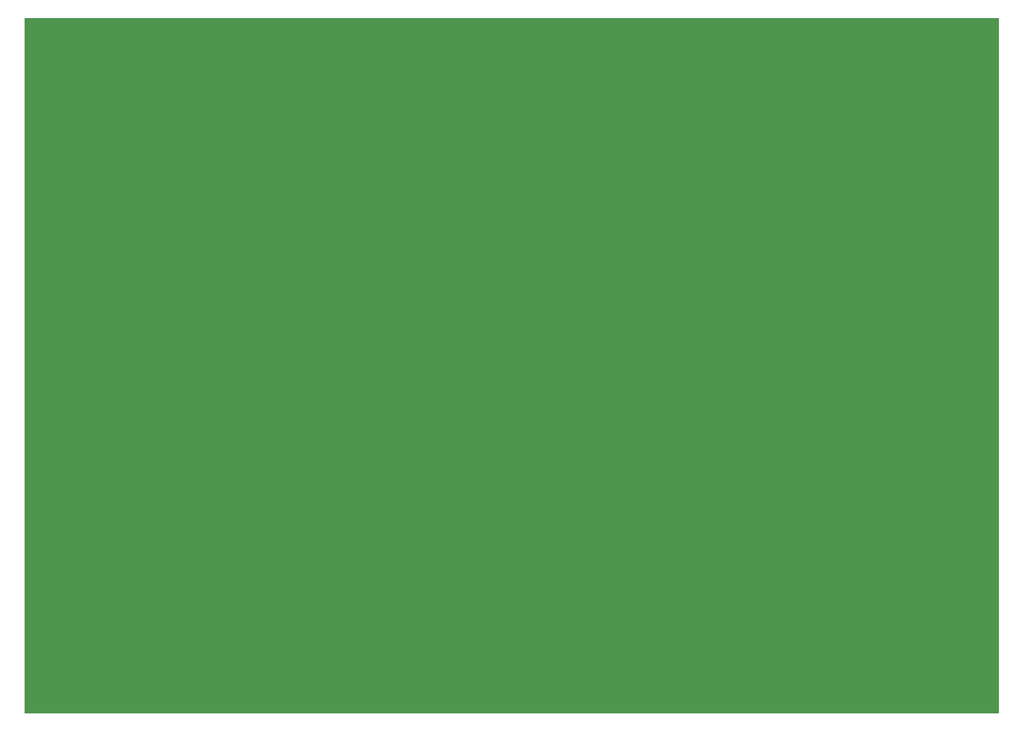
<source format=gbl>
G01*
G70*
G90*
%MOIN*%
G04 Gerber Fmt 3.4, Leading zero omitted, Abs format*
%FSLAX34Y34*%
G04 APERTURE LIST*
%ADD10C,0.006000*%
%ADD11R,0.062000X0.090000*%
%ADD12O,0.062000X0.090000*%
G04 APERTURE END LIST*
G54D10*
G36*
X00000Y00000D02*
X00000Y50000D01*
X70000Y50000D01*
X70000Y00000D01*
X00000Y00000D01*
G37*
M02*
</source>
